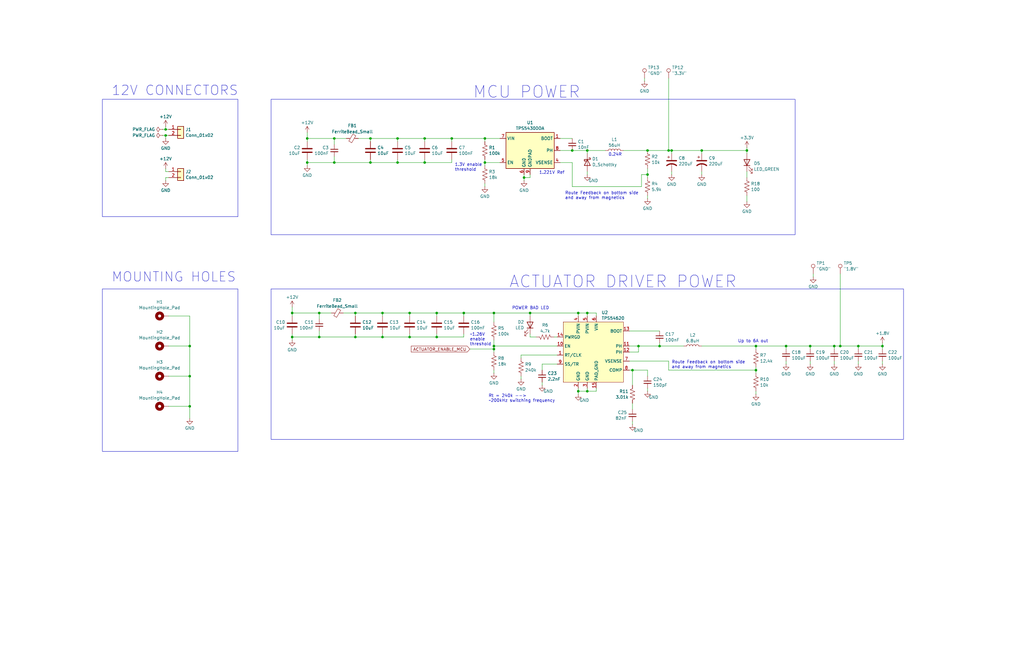
<source format=kicad_sch>
(kicad_sch (version 20231120) (generator "eeschema") (generator_version "8.0")
  (paper "B")
  (title_block (title "KASM Actuator PCBA Rev2") (date "2024-09-28") (rev "2"))
  (lib_symbols
    (symbol "Connector:TestPoint" (pin_numbers hide) (pin_names (offset 0.762) hide)
      (property "Reference" "TP" (at 0 6.858 0))
      (property "Value" "TestPoint" (at 0 5.08 0))
      (symbol "TestPoint_0_1"
        (circle (center 0 3.302) (radius 0.762))
      )
      (symbol "TestPoint_1_1"
        (pin passive line (at 0 0 90) (length 2.54) (name "1") (number "1"))
      )
    )
    (symbol "Connector_Generic:Conn_01x02" (pin_names (offset 1.016) hide)
      (property "Reference" "J" (at 0 2.54 0))
      (property "Value" "Conn_01x02" (at 0 -5.08 0))
      (symbol "Conn_01x02_1_1"
        (rectangle (start -1.27 -2.413) (end 0 -2.667) (stroke (width 0.1524)))
        (rectangle (start -1.27 0.127) (end 0 -0.127) (stroke (width 0.1524)))
        (rectangle (start -1.27 1.27) (end 1.27 -3.81) (stroke (width 0.254)) (fill (type background)))
        (pin passive line (at -5.08 0 0) (length 3.81) (name "Pin_1") (number "1"))
        (pin passive line (at -5.08 -2.54 0) (length 3.81) (name "Pin_2") (number "2"))
      )
    )
    (symbol "Device:C" (pin_numbers hide) (pin_names (offset 0.254))
      (property "Reference" "C" (at 0.635 2.54 0))
      (property "Value" "C" (at 0.635 -2.54 0))
      (symbol "C_0_1"
        (polyline (pts (xy -2.032 -0.762) (xy 2.032 -0.762)) (stroke (width 0.508)))
        (polyline (pts (xy -2.032 0.762) (xy 2.032 0.762)) (stroke (width 0.508)))
      )
      (symbol "C_1_1"
        (pin passive line (at 0 3.81 270) (length 2.794) (name "~") (number "1"))
        (pin passive line (at 0 -3.81 90) (length 2.794) (name "~") (number "2"))
      )
    )
    (symbol "Device:C_Polarized_US" (pin_numbers hide) (pin_names (offset 0.254) hide)
      (property "Reference" "C" (at 0.635 2.54 0))
      (property "Value" "C_Polarized_US" (at 0.635 -2.54 0))
      (symbol "C_Polarized_US_0_1"
        (polyline (pts (xy -2.032 0.762) (xy 2.032 0.762)) (stroke (width 0.508)))
        (polyline (pts (xy -1.778 2.286) (xy -0.762 2.286)))
        (polyline (pts (xy -1.27 1.778) (xy -1.27 2.794)))
        (arc (start 2.032 -1.27) (mid 0 -0.5572) (end -2.032 -1.27) (stroke (width 0.508)))
      )
      (symbol "C_Polarized_US_1_1"
        (pin passive line (at 0 3.81 270) (length 2.794) (name "~") (number "1"))
        (pin passive line (at 0 -3.81 90) (length 3.302) (name "~") (number "2"))
      )
    )
    (symbol "Device:C_Small" (pin_numbers hide) (pin_names (offset 0.254) hide)
      (property "Reference" "C" (at 0.254 1.778 0))
      (property "Value" "C_Small" (at 0.254 -2.032 0))
      (symbol "C_Small_0_1"
        (polyline (pts (xy -1.524 -0.508) (xy 1.524 -0.508)) (stroke (width 0.3302)))
        (polyline (pts (xy -1.524 0.508) (xy 1.524 0.508)) (stroke (width 0.3048)))
      )
      (symbol "C_Small_1_1"
        (pin passive line (at 0 2.54 270) (length 2.032) (name "~") (number "1"))
        (pin passive line (at 0 -2.54 90) (length 2.032) (name "~") (number "2"))
      )
    )
    (symbol "Device:D_Schottky" (pin_numbers hide) (pin_names (offset 1.016) hide)
      (property "Reference" "D" (at 0 2.54 0))
      (property "Value" "D_Schottky" (at 0 -2.54 0))
      (symbol "D_Schottky_0_1"
        (polyline (pts (xy 1.27 0) (xy -1.27 0)))
        (polyline (pts (xy 1.27 1.27) (xy 1.27 -1.27) (xy -1.27 0) (xy 1.27 1.27)) (stroke (width 0.254)))
        (polyline (pts (xy -1.905 0.635) (xy -1.905 1.27) (xy -1.27 1.27) (xy -1.27 -1.27) (xy -0.635 -1.27) (xy -0.635 -0.635)) (stroke (width 0.254)))
      )
      (symbol "D_Schottky_1_1"
        (pin passive line (at -3.81 0 0) (length 2.54) (name "K") (number "1"))
        (pin passive line (at 3.81 0 180) (length 2.54) (name "A") (number "2"))
      )
    )
    (symbol "Device:FerriteBead_Small" (pin_numbers hide) (pin_names (offset 0))
      (property "Reference" "FB" (at 1.905 1.27 0))
      (property "Value" "FerriteBead_Small" (at 1.905 -1.27 0))
      (symbol "FerriteBead_Small_0_1"
        (polyline (pts (xy 0 -1.27) (xy 0 -0.7874)))
        (polyline (pts (xy 0 0.889) (xy 0 1.2954)))
        (polyline (pts (xy -1.8288 0.2794) (xy -1.1176 1.4986) (xy 1.8288 -0.2032) (xy 1.1176 -1.4224) (xy -1.8288 0.2794)))
      )
      (symbol "FerriteBead_Small_1_1"
        (pin passive line (at 0 2.54 270) (length 1.27) (name "~") (number "1"))
        (pin passive line (at 0 -2.54 90) (length 1.27) (name "~") (number "2"))
      )
    )
    (symbol "Device:L" (pin_numbers hide) (pin_names (offset 1.016) hide)
      (property "Reference" "L" (at -1.27 0 90))
      (property "Value" "L" (at 1.905 0 90))
      (symbol "L_0_1"
        (arc (start 0 -2.54) (mid 0.6323 -1.905) (end 0 -1.27))
        (arc (start 0 -1.27) (mid 0.6323 -0.635) (end 0 0))
        (arc (start 0 0) (mid 0.6323 0.635) (end 0 1.27))
        (arc (start 0 1.27) (mid 0.6323 1.905) (end 0 2.54))
      )
      (symbol "L_1_1"
        (pin passive line (at 0 3.81 270) (length 1.27) (name "1") (number "1"))
        (pin passive line (at 0 -3.81 90) (length 1.27) (name "2") (number "2"))
      )
    )
    (symbol "Device:LED" (pin_numbers hide) (pin_names (offset 1.016) hide)
      (property "Reference" "D" (at 0 2.54 0))
      (property "Value" "LED" (at 0 -2.54 0))
      (symbol "LED_0_1"
        (polyline (pts (xy -1.27 -1.27) (xy -1.27 1.27)) (stroke (width 0.254)))
        (polyline (pts (xy -1.27 0) (xy 1.27 0)))
        (polyline (pts (xy 1.27 -1.27) (xy 1.27 1.27) (xy -1.27 0) (xy 1.27 -1.27)) (stroke (width 0.254)))
        (polyline (pts (xy -3.048 -0.762) (xy -4.572 -2.286) (xy -3.81 -2.286) (xy -4.572 -2.286) (xy -4.572 -1.524)))
        (polyline (pts (xy -1.778 -0.762) (xy -3.302 -2.286) (xy -2.54 -2.286) (xy -3.302 -2.286) (xy -3.302 -1.524)))
      )
      (symbol "LED_1_1"
        (pin passive line (at -3.81 0 0) (length 2.54) (name "K") (number "1"))
        (pin passive line (at 3.81 0 180) (length 2.54) (name "A") (number "2"))
      )
    )
    (symbol "Device:R_US" (pin_numbers hide) (pin_names (offset 0))
      (property "Reference" "R" (at 2.54 0 90))
      (property "Value" "R_US" (at -2.54 0 90))
      (symbol "R_US_0_1"
        (polyline (pts (xy 0 -2.286) (xy 0 -2.54)))
        (polyline (pts (xy 0 2.286) (xy 0 2.54)))
        (polyline (pts (xy 0 -0.762) (xy 1.016 -1.143) (xy 0 -1.524) (xy -1.016 -1.905) (xy 0 -2.286)))
        (polyline (pts (xy 0 0.762) (xy 1.016 0.381) (xy 0 0) (xy -1.016 -0.381) (xy 0 -0.762)))
        (polyline (pts (xy 0 2.286) (xy 1.016 1.905) (xy 0 1.524) (xy -1.016 1.143) (xy 0 0.762)))
      )
      (symbol "R_US_1_1"
        (pin passive line (at 0 3.81 270) (length 1.27) (name "~") (number "1"))
        (pin passive line (at 0 -3.81 90) (length 1.27) (name "~") (number "2"))
      )
    )
    (symbol "Mechanical:MountingHole_Pad" (pin_numbers hide) (pin_names (offset 1.016) hide)
      (property "Reference" "H" (at 0 6.35 0))
      (property "Value" "MountingHole_Pad" (at 0 4.445 0))
      (symbol "MountingHole_Pad_0_1"
        (circle (center 0 1.27) (radius 1.27) (stroke (width 1.27)))
      )
      (symbol "MountingHole_Pad_1_1"
        (pin input line (at 0 -2.54 90) (length 2.54) (name "1") (number "1"))
      )
    )
    (symbol "Regulator_Switching:TPS5430DDA"
      (property "Reference" "U" (at -10.16 8.89 0))
      (property "Value" "TPS5430DDA" (at -1.27 8.89 0))
      (symbol "TPS5430DDA_0_1"
        (rectangle (start -10.16 7.62) (end 10.16 -7.62) (stroke (width 0.254)) (fill (type background)))
      )
      (symbol "TPS5430DDA_1_1"
        (pin input line (at 12.7 5.08 180) (length 2.54) (name "BOOT") (number "1"))
        (pin no_connect line (at -10.16 2.54 0) (length 2.54) hide (name "NC") (number "2"))
        (pin no_connect line (at -10.16 -2.54 0) (length 2.54) hide (name "NC") (number "3"))
        (pin input line (at 12.7 -5.08 180) (length 2.54) (name "VSENSE") (number "4"))
        (pin input line (at -12.7 -5.08 0) (length 2.54) (name "EN") (number "5"))
        (pin power_in line (at -2.54 -10.16 90) (length 2.54) (name "GND") (number "6"))
        (pin power_in line (at -12.7 5.08 0) (length 2.54) (name "VIN") (number "7"))
        (pin output line (at 12.7 0 180) (length 2.54) (name "PH") (number "8"))
        (pin power_in line (at 0 -10.16 90) (length 2.54) (name "GNDPAD") (number "9"))
      )
    )
    (symbol "components_2:TPS54620_"
      (property "Reference" "U" (at -16.51 29.21 0))
      (property "Value" "TPS54620" (at -12.7 26.67 0))
      (symbol "TPS54620__1_0"
        (pin input line (at -12.7 8.89 0) (length 2.54) (name "EN") (number "10"))
        (pin input line (at 17.78 8.89 180) (length 2.54) (name "PH") (number "11"))
        (pin input line (at 17.78 6.35 180) (length 2.54) (name "PH") (number "12"))
        (pin input line (at 17.78 15.24 180) (length 2.54) (name "BOOT") (number "13"))
        (pin input line (at -12.7 12.7 0) (length 2.54) (name "PWRGD") (number "14"))
        (pin input line (at 3.81 -8.89 90) (length 2.54) (name "PAD_GND") (number "15"))
        (pin input line (at 17.78 2.54 180) (length 2.54) (name "VSENSE") (number "7"))
        (pin input line (at 17.78 -1.27 180) (length 2.54) (name "COMP") (number "8"))
        (pin input line (at -12.7 1.27 0) (length 2.54) (name "SS/TR") (number "9"))
      )
      (symbol "TPS54620__1_1"
        (rectangle (start -10.16 19.05) (end 15.24 -6.35) (fill (type background)))
        (pin input line (at -12.7 5.08 0) (length 2.54) (name "RT/CLK") (number "1"))
        (pin input line (at -3.81 -8.89 90) (length 2.54) (name "GND") (number "2"))
        (pin input line (at 0 -8.89 90) (length 2.54) (name "GND") (number "3"))
        (pin input line (at -3.81 21.59 270) (length 2.54) (name "PVIN") (number "4"))
        (pin input line (at 0 21.59 270) (length 2.54) (name "PVIN") (number "5"))
        (pin input line (at 3.81 21.59 270) (length 2.54) (name "VIN") (number "6"))
      )
    )
    (symbol "power:+12V" (power) (pin_numbers hide) (pin_names (offset 0) hide)
      (property "Value" "+12V" (at 0 3.556 0))
      (symbol "+12V_0_1"
        (polyline (pts (xy -0.762 1.27) (xy 0 2.54)))
        (polyline (pts (xy 0 0) (xy 0 2.54)))
        (polyline (pts (xy 0 2.54) (xy 0.762 1.27)))
      )
      (symbol "+12V_1_1"
        (pin power_in line (at 0 0 90) (length 0) (name "~") (number "1"))
      )
    )
    (symbol "power:+1V8" (power) (pin_numbers hide) (pin_names (offset 0) hide)
      (property "Value" "+1V8" (at 0 3.556 0))
      (symbol "+1V8_0_1"
        (polyline (pts (xy -0.762 1.27) (xy 0 2.54)))
        (polyline (pts (xy 0 0) (xy 0 2.54)))
        (polyline (pts (xy 0 2.54) (xy 0.762 1.27)))
      )
      (symbol "+1V8_1_1"
        (pin power_in line (at 0 0 90) (length 0) (name "~") (number "1"))
      )
    )
    (symbol "power:+3.3V" (power) (pin_numbers hide) (pin_names (offset 0) hide)
      (property "Value" "+3.3V" (at 0 3.556 0))
      (symbol "+3.3V_0_1"
        (polyline (pts (xy -0.762 1.27) (xy 0 2.54)))
        (polyline (pts (xy 0 0) (xy 0 2.54)))
        (polyline (pts (xy 0 2.54) (xy 0.762 1.27)))
      )
      (symbol "+3.3V_1_1"
        (pin power_in line (at 0 0 90) (length 0) (name "~") (number "1"))
      )
    )
    (symbol "power:GND" (power) (pin_numbers hide) (pin_names (offset 0) hide)
      (property "Value" "GND" (at 0 -3.81 0))
      (symbol "GND_0_1"
        (polyline (pts (xy 0 0) (xy 0 -1.27) (xy 1.27 -1.27) (xy 0 -2.54) (xy -1.27 -1.27) (xy 0 -1.27)))
      )
      (symbol "GND_1_1"
        (pin power_in line (at 0 0 270) (length 0) (name "~") (number "1"))
      )
    )
    (symbol "power:PWR_FLAG" (power) (pin_numbers hide) (pin_names (offset 0) hide)
      (property "Value" "PWR_FLAG" (at 0 3.81 0))
      (symbol "PWR_FLAG_0_0"
        (pin power_out line (at 0 0 90) (length 0) (name "~") (number "1"))
      )
      (symbol "PWR_FLAG_0_1"
        (polyline (pts (xy 0 0) (xy 0 1.27) (xy -1.016 1.905) (xy 0 2.54) (xy 1.016 1.905) (xy 0 1.27)))
      )
    )
  )
  (junction (at 204.47 68.58))
  (junction (at 220.98 74.93))
  (junction (at 243.84 165.1))
  (junction (at 172.72 142.24))
  (junction (at 278.13 146.05))
  (junction (at 140.97 68.58))
  (junction (at 149.86 142.24))
  (junction (at 195.58 132.08))
  (junction (at 281.94 63.5))
  (junction (at 273.05 73.66))
  (junction (at 247.65 132.08))
  (junction (at 190.5 58.42))
  (junction (at 134.62 132.08))
  (junction (at 341.63 146.05))
  (junction (at 204.47 58.42))
  (junction (at 184.15 142.24))
  (junction (at 129.54 68.58))
  (junction (at 161.29 142.24))
  (junction (at 208.28 147.32))
  (junction (at 140.97 58.42))
  (junction (at 247.65 63.5))
  (junction (at 69.85 54.61))
  (junction (at 80.01 158.75))
  (junction (at 161.29 132.08))
  (junction (at 247.65 165.1))
  (junction (at 361.95 146.05))
  (junction (at 184.15 132.08))
  (junction (at 283.21 63.5))
  (junction (at 241.3 63.5))
  (junction (at 69.85 57.15))
  (junction (at 208.28 132.08))
  (junction (at 295.91 63.5))
  (junction (at 318.77 156.21))
  (junction (at 243.84 132.08))
  (junction (at 179.07 68.58))
  (junction (at 156.21 68.58))
  (junction (at 331.47 146.05))
  (junction (at 123.19 132.08))
  (junction (at 123.19 142.24))
  (junction (at 149.86 132.08))
  (junction (at 351.79 146.05))
  (junction (at 273.05 63.5))
  (junction (at 172.72 132.08))
  (junction (at 179.07 58.42))
  (junction (at 167.64 58.42))
  (junction (at 269.24 146.05))
  (junction (at 318.77 146.05))
  (junction (at 80.01 146.05))
  (junction (at 167.64 68.58))
  (junction (at 156.21 58.42))
  (junction (at 208.28 146.05))
  (junction (at 134.62 142.24))
  (junction (at 314.96 63.5))
  (junction (at 129.54 58.42))
  (junction (at 372.11 146.05))
  (junction (at 266.7 156.21))
  (junction (at 80.01 171.45))
  (junction (at 223.52 132.08))
  (junction (at 354.33 146.05))
  (wire (pts (xy 179.07 68.58) (xy 190.5 68.58)))
  (wire (pts (xy 223.52 132.08) (xy 243.84 132.08)))
  (wire (pts (xy 278.13 146.05) (xy 278.13 144.78)))
  (wire (pts (xy 223.52 132.08) (xy 223.52 133.35)))
  (wire (pts (xy 208.28 147.32) (xy 208.28 146.05)))
  (wire (pts (xy 161.29 142.24) (xy 161.29 140.97)))
  (wire (pts (xy 273.05 73.66) (xy 273.05 74.93)))
  (wire (pts (xy 208.28 157.48) (xy 208.28 156.21)))
  (wire (pts (xy 341.63 146.05) (xy 351.79 146.05)))
  (wire (pts (xy 331.47 146.05) (xy 341.63 146.05)))
  (wire (pts (xy 80.01 158.75) (xy 80.01 171.45)))
  (wire (pts (xy 123.19 140.97) (xy 123.19 142.24)))
  (wire (pts (xy 283.21 72.39) (xy 283.21 73.66)))
  (wire (pts (xy 251.46 132.08) (xy 251.46 133.35)))
  (wire (pts (xy 190.5 58.42) (xy 204.47 58.42)))
  (wire (pts (xy 265.43 146.05) (xy 269.24 146.05)))
  (wire (pts (xy 243.84 165.1) (xy 247.65 165.1)))
  (wire (pts (xy 134.62 139.7) (xy 134.62 142.24)))
  (wire (pts (xy 269.24 146.05) (xy 269.24 148.59)))
  (wire (pts (xy 69.85 72.39) (xy 71.12 72.39)))
  (wire (pts (xy 243.84 163.83) (xy 243.84 165.1)))
  (wire (pts (xy 80.01 133.35) (xy 80.01 146.05)))
  (wire (pts (xy 236.22 63.5) (xy 241.3 63.5)))
  (wire (pts (xy 184.15 132.08) (xy 184.15 133.35)))
  (wire (pts (xy 351.79 146.05) (xy 351.79 147.32)))
  (wire (pts (xy 341.63 152.4) (xy 341.63 153.67)))
  (wire (pts (xy 223.52 140.97) (xy 223.52 142.24)))
  (wire (pts (xy 156.21 58.42) (xy 156.21 59.69)))
  (wire (pts (xy 314.96 62.23) (xy 314.96 63.5)))
  (wire (pts (xy 140.97 66.04) (xy 140.97 68.58)))
  (wire (pts (xy 273.05 63.5) (xy 281.94 63.5)))
  (wire (pts (xy 172.72 142.24) (xy 172.72 140.97)))
  (wire (pts (xy 220.98 73.66) (xy 220.98 74.93)))
  (wire (pts (xy 228.6 153.67) (xy 228.6 156.21)))
  (wire (pts (xy 151.13 58.42) (xy 156.21 58.42)))
  (wire (pts (xy 204.47 58.42) (xy 204.47 59.69)))
  (wire (pts (xy 123.19 129.54) (xy 123.19 132.08)))
  (wire (pts (xy 129.54 67.31) (xy 129.54 68.58)))
  (wire (pts (xy 266.7 156.21) (xy 266.7 162.56)))
  (wire (pts (xy 283.21 63.5) (xy 283.21 64.77)))
  (wire (pts (xy 134.62 142.24) (xy 149.86 142.24)))
  (wire (pts (xy 71.12 133.35) (xy 80.01 133.35)))
  (wire (pts (xy 247.65 165.1) (xy 251.46 165.1)))
  (wire (pts (xy 233.68 142.24) (xy 234.95 142.24)))
  (wire (pts (xy 270.51 78.74) (xy 270.51 73.66)))
  (wire (pts (xy 204.47 78.74) (xy 204.47 77.47)))
  (wire (pts (xy 179.07 58.42) (xy 179.07 59.69)))
  (wire (pts (xy 184.15 132.08) (xy 195.58 132.08)))
  (wire (pts (xy 156.21 68.58) (xy 167.64 68.58)))
  (wire (pts (xy 208.28 146.05) (xy 208.28 143.51)))
  (wire (pts (xy 247.65 165.1) (xy 247.65 163.83)))
  (wire (pts (xy 273.05 71.12) (xy 273.05 73.66)))
  (wire (pts (xy 140.97 58.42) (xy 146.05 58.42)))
  (wire (pts (xy 273.05 163.83) (xy 273.05 165.1)))
  (wire (pts (xy 228.6 161.29) (xy 228.6 162.56)))
  (wire (pts (xy 172.72 132.08) (xy 172.72 133.35)))
  (wire (pts (xy 69.85 57.15) (xy 71.12 57.15)))
  (wire (pts (xy 129.54 59.69) (xy 129.54 58.42)))
  (wire (pts (xy 167.64 67.31) (xy 167.64 68.58)))
  (wire (pts (xy 161.29 142.24) (xy 172.72 142.24)))
  (wire (pts (xy 208.28 132.08) (xy 208.28 135.89)))
  (wire (pts (xy 149.86 142.24) (xy 161.29 142.24)))
  (wire (pts (xy 208.28 132.08) (xy 223.52 132.08)))
  (wire (pts (xy 243.84 132.08) (xy 247.65 132.08)))
  (wire (pts (xy 265.43 152.4) (xy 281.94 152.4)))
  (wire (pts (xy 228.6 153.67) (xy 234.95 153.67)))
  (wire (pts (xy 68.58 54.61) (xy 69.85 54.61)))
  (wire (pts (xy 314.96 85.09) (xy 314.96 82.55)))
  (wire (pts (xy 161.29 132.08) (xy 161.29 133.35)))
  (wire (pts (xy 195.58 132.08) (xy 195.58 133.35)))
  (wire (pts (xy 190.5 59.69) (xy 190.5 58.42)))
  (wire (pts (xy 314.96 63.5) (xy 314.96 64.77)))
  (wire (pts (xy 69.85 74.93) (xy 69.85 76.2)))
  (wire (pts (xy 247.65 132.08) (xy 247.65 133.35)))
  (wire (pts (xy 251.46 165.1) (xy 251.46 163.83)))
  (wire (pts (xy 179.07 67.31) (xy 179.07 68.58)))
  (wire (pts (xy 295.91 63.5) (xy 295.91 64.77)))
  (wire (pts (xy 236.22 68.58) (xy 241.3 68.58)))
  (wire (pts (xy 341.63 146.05) (xy 341.63 147.32)))
  (wire (pts (xy 361.95 146.05) (xy 372.11 146.05)))
  (wire (pts (xy 123.19 142.24) (xy 123.19 143.51)))
  (wire (pts (xy 69.85 71.12) (xy 69.85 72.39)))
  (wire (pts (xy 295.91 72.39) (xy 295.91 73.66)))
  (wire (pts (xy 184.15 142.24) (xy 184.15 140.97)))
  (wire (pts (xy 123.19 142.24) (xy 134.62 142.24)))
  (wire (pts (xy 167.64 68.58) (xy 179.07 68.58)))
  (wire (pts (xy 318.77 146.05) (xy 331.47 146.05)))
  (wire (pts (xy 68.58 57.15) (xy 69.85 57.15)))
  (wire (pts (xy 331.47 152.4) (xy 331.47 153.67)))
  (wire (pts (xy 149.86 132.08) (xy 161.29 132.08)))
  (wire (pts (xy 265.43 156.21) (xy 266.7 156.21)))
  (wire (pts (xy 295.91 146.05) (xy 318.77 146.05)))
  (wire (pts (xy 80.01 146.05) (xy 80.01 158.75)))
  (wire (pts (xy 134.62 132.08) (xy 139.7 132.08)))
  (wire (pts (xy 271.78 33.02) (xy 271.78 34.29)))
  (wire (pts (xy 156.21 58.42) (xy 167.64 58.42)))
  (wire (pts (xy 129.54 68.58) (xy 129.54 69.85)))
  (wire (pts (xy 372.11 144.78) (xy 372.11 146.05)))
  (wire (pts (xy 167.64 58.42) (xy 179.07 58.42)))
  (wire (pts (xy 314.96 63.5) (xy 295.91 63.5)))
  (wire (pts (xy 223.52 142.24) (xy 226.06 142.24)))
  (wire (pts (xy 354.33 115.57) (xy 354.33 146.05)))
  (wire (pts (xy 247.65 72.39) (xy 247.65 73.66)))
  (wire (pts (xy 273.05 82.55) (xy 273.05 83.82)))
  (wire (pts (xy 318.77 165.1) (xy 318.77 166.37)))
  (wire (pts (xy 140.97 68.58) (xy 156.21 68.58)))
  (wire (pts (xy 243.84 132.08) (xy 243.84 133.35)))
  (wire (pts (xy 123.19 132.08) (xy 134.62 132.08)))
  (wire (pts (xy 281.94 33.02) (xy 281.94 63.5)))
  (wire (pts (xy 372.11 152.4) (xy 372.11 153.67)))
  (wire (pts (xy 273.05 156.21) (xy 273.05 158.75)))
  (wire (pts (xy 204.47 68.58) (xy 210.82 68.58)))
  (wire (pts (xy 220.98 74.93) (xy 220.98 76.2)))
  (wire (pts (xy 144.78 132.08) (xy 149.86 132.08)))
  (wire (pts (xy 351.79 146.05) (xy 354.33 146.05)))
  (wire (pts (xy 204.47 58.42) (xy 210.82 58.42)))
  (wire (pts (xy 149.86 142.24) (xy 149.86 140.97)))
  (wire (pts (xy 247.65 63.5) (xy 247.65 64.77)))
  (wire (pts (xy 266.7 179.07) (xy 266.7 177.8)))
  (wire (pts (xy 161.29 132.08) (xy 172.72 132.08)))
  (wire (pts (xy 198.12 147.32) (xy 208.28 147.32)))
  (wire (pts (xy 241.3 63.5) (xy 247.65 63.5)))
  (wire (pts (xy 195.58 132.08) (xy 208.28 132.08)))
  (wire (pts (xy 266.7 170.18) (xy 266.7 172.72)))
  (wire (pts (xy 236.22 58.42) (xy 241.3 58.42)))
  (wire (pts (xy 243.84 165.1) (xy 243.84 166.37)))
  (wire (pts (xy 134.62 132.08) (xy 134.62 134.62)))
  (wire (pts (xy 372.11 146.05) (xy 372.11 147.32)))
  (wire (pts (xy 69.85 74.93) (xy 71.12 74.93)))
  (wire (pts (xy 331.47 146.05) (xy 331.47 147.32)))
  (wire (pts (xy 220.98 74.93) (xy 223.52 74.93)))
  (wire (pts (xy 265.43 139.7) (xy 278.13 139.7)))
  (wire (pts (xy 269.24 146.05) (xy 278.13 146.05)))
  (wire (pts (xy 283.21 63.5) (xy 295.91 63.5)))
  (wire (pts (xy 71.12 158.75) (xy 80.01 158.75)))
  (wire (pts (xy 318.77 154.94) (xy 318.77 156.21)))
  (wire (pts (xy 69.85 57.15) (xy 69.85 58.42)))
  (wire (pts (xy 167.64 58.42) (xy 167.64 59.69)))
  (wire (pts (xy 262.89 63.5) (xy 273.05 63.5)))
  (wire (pts (xy 129.54 68.58) (xy 140.97 68.58)))
  (wire (pts (xy 129.54 55.88) (xy 129.54 58.42)))
  (wire (pts (xy 208.28 146.05) (xy 234.95 146.05)))
  (wire (pts (xy 204.47 68.58) (xy 204.47 69.85)))
  (wire (pts (xy 123.19 132.08) (xy 123.19 133.35)))
  (wire (pts (xy 69.85 54.61) (xy 69.85 53.34)))
  (wire (pts (xy 71.12 146.05) (xy 80.01 146.05)))
  (wire (pts (xy 241.3 78.74) (xy 270.51 78.74)))
  (wire (pts (xy 179.07 58.42) (xy 190.5 58.42)))
  (wire (pts (xy 278.13 146.05) (xy 288.29 146.05)))
  (wire (pts (xy 361.95 152.4) (xy 361.95 153.67)))
  (wire (pts (xy 156.21 67.31) (xy 156.21 68.58)))
  (wire (pts (xy 219.71 151.13) (xy 219.71 149.86)))
  (wire (pts (xy 195.58 140.97) (xy 195.58 142.24)))
  (wire (pts (xy 241.3 68.58) (xy 241.3 78.74)))
  (wire (pts (xy 149.86 132.08) (xy 149.86 133.35)))
  (wire (pts (xy 247.65 63.5) (xy 255.27 63.5)))
  (wire (pts (xy 208.28 148.59) (xy 208.28 147.32)))
  (wire (pts (xy 172.72 142.24) (xy 184.15 142.24)))
  (wire (pts (xy 190.5 67.31) (xy 190.5 68.58)))
  (wire (pts (xy 354.33 146.05) (xy 361.95 146.05)))
  (wire (pts (xy 318.77 147.32) (xy 318.77 146.05)))
  (wire (pts (xy 281.94 63.5) (xy 283.21 63.5)))
  (wire (pts (xy 219.71 160.02) (xy 219.71 158.75)))
  (wire (pts (xy 270.51 73.66) (xy 273.05 73.66)))
  (wire (pts (xy 266.7 156.21) (xy 273.05 156.21)))
  (wire (pts (xy 247.65 132.08) (xy 251.46 132.08)))
  (wire (pts (xy 361.95 146.05) (xy 361.95 147.32)))
  (wire (pts (xy 314.96 74.93) (xy 314.96 72.39)))
  (wire (pts (xy 281.94 156.21) (xy 318.77 156.21)))
  (wire (pts (xy 80.01 171.45) (xy 80.01 176.53)))
  (wire (pts (xy 71.12 171.45) (xy 80.01 171.45)))
  (wire (pts (xy 351.79 152.4) (xy 351.79 153.67)))
  (wire (pts (xy 69.85 54.61) (xy 71.12 54.61)))
  (wire (pts (xy 140.97 58.42) (xy 140.97 60.96)))
  (wire (pts (xy 318.77 156.21) (xy 318.77 157.48)))
  (wire (pts (xy 281.94 152.4) (xy 281.94 156.21)))
  (wire (pts (xy 219.71 149.86) (xy 234.95 149.86)))
  (wire (pts (xy 223.52 74.93) (xy 223.52 73.66)))
  (wire (pts (xy 172.72 132.08) (xy 184.15 132.08)))
  (wire (pts (xy 265.43 148.59) (xy 269.24 148.59)))
  (wire (pts (xy 204.47 67.31) (xy 204.47 68.58)))
  (wire (pts (xy 184.15 142.24) (xy 195.58 142.24)))
  (wire (pts (xy 129.54 58.42) (xy 140.97 58.42)))
  (wire (pts (xy 342.9 115.57) (xy 342.9 116.84)))
  (rectangle (start 114.3 121.92) (end 381 185.42))
  (rectangle (start 43.18 121.92) (end 100.33 190.5))
  (rectangle (start 43.18 41.91) (end 100.33 91.44))
  (rectangle (start 114.3 41.91) (end 335.28 99.06))
  (text "Up to 6A out" (at 311.15 144.78 0) (effects (font (size 1.27 1.27)) (justify left bottom)))
  (text "1.221V Ref" (at 227.33 73.66 0) (effects (font (size 1.27 1.27)) (justify left bottom)))
  (text "Rt = 240k --> \n~200kHz switching frequency" (at 205.994 168.148 0) (effects (font (size 1.27 1.27)) (justify left)))
  (text "1.3V enable \nthreshold" (at 191.77 72.39 0) (effects (font (size 1.27 1.27)) (justify left bottom)))
  (text "Route Feedback on bottom side \nand away from magnetics" (at 283.21 155.702 0) (effects (font (size 1.27 1.27)) (justify left bottom)))
  (text "ACTUATOR DRIVER POWER" (at 214.63 121.92 0) (effects (font (size 5 5)) (justify left bottom)))
  (text "~1.26V \nenable \nthreshold" (at 198.12 146.05 0) (effects (font (size 1.27 1.27)) (justify left bottom)))
  (text "0.24R\n" (at 256.54 66.04 0) (effects (font (size 1.27 1.27)) (justify left bottom)))
  (text "POWER BAD LED" (at 215.9 130.81 0) (effects (font (size 1.27 1.27)) (justify left bottom)))
  (text "12V CONNECTORS" (at 46.99 40.64 0) (effects (font (size 4 4)) (justify left bottom)))
  (text "MCU POWER" (at 199.39 41.91 0) (effects (font (size 5 5)) (justify left bottom)))
  (text "MOUNTING HOLES" (at 46.99 119.38 0) (effects (font (size 4 4)) (justify left bottom)))
  (text "Route Feedback on bottom side \nand away from magnetics" (at 238.252 84.328 0) (effects (font (size 1.27 1.27)) (justify left bottom)))
  (global_label "ACTUATOR_ENABLE_MCU" (shape input) (at 198.12 147.32 180) (property "Intersheetrefs" "${INTERSHEET_REFS}" (effects (hide yes))))
  (symbol (lib_id "Device:C") (at 149.86 137.16 0) (unit 1)
    (property "Reference" "C12" (at 152.781 135.9479 0) (effects (justify left)))
    (property "Value" "10uF" (at 152.781 138.3721 0) (effects (justify left)))
    (property "Footprint" "Capacitor_SMD:C_1206_3216Metric" (effects (hide yes)))
    (property "LCSC" "C454102" (effects (hide yes)))
  )
  (symbol (lib_id "power:GND") (at 69.85 58.42 0) (unit 1)
    (property "Reference" "#PWR03" (effects (hide yes)))
    (property "Value" "GND" (at 69.85 62.5531 0))
    (property "Description" "Power symbol creates a global label with name \"GND\" , ground" (effects (hide yes)))
  )
  (symbol (lib_id "power:+12V") (at 123.19 129.54 0) (unit 1)
    (property "Reference" "#PWR014" (effects (hide yes)))
    (property "Value" "+12V" (at 123.19 125.4069 0))
    (property "Description" "Power symbol creates a global label with name \"+12V\"" (effects (hide yes)))
  )
  (symbol (lib_id "Device:LED") (at 223.52 137.16 270) (mirror x) (unit 1)
    (property "Reference" "D2" (at 220.98 135.89 90) (effects (justify right)))
    (property "Value" "LED" (at 220.98 138.3142 90) (effects (justify right)))
    (property "Footprint" "LED_SMD:LED_0603_1608Metric" (effects (hide yes)))
    (property "LCSC" "C2286" (effects (hide yes)))
  )
  (symbol (lib_id "Connector:TestPoint") (at 281.94 33.02 0) (unit 1)
    (property "Reference" "TP12" (at 283.337 28.5058 0) (effects (justify left)))
    (property "Value" "\"3.3V\"" (at 283.337 30.9301 0) (effects (justify left)))
    (property "Footprint" "TestPoint:TestPoint_THTPad_1.0x1.0mm_Drill0.5mm" (effects (hide yes)))
    (property "Description" "test point" (effects (hide yes)))
  )
  (symbol (lib_id "Device:C_Small") (at 331.47 149.86 0) (unit 1)
    (property "Reference" "C18" (at 333.7941 148.6542 0) (effects (justify left)))
    (property "Value" "100uF" (at 333.7941 151.0784 0) (effects (justify left)))
    (property "Footprint" "Capacitor_SMD:C_1206_3216Metric" (effects (hide yes)))
    (property "LCSC" "C15008" (effects (hide yes)))
  )
  (symbol (lib_id "Device:C") (at 179.07 63.5 0) (unit 1)
    (property "Reference" "C6" (at 181.991 62.2879 0) (effects (justify left)))
    (property "Value" "10uF" (at 181.991 64.7121 0) (effects (justify left)))
    (property "Footprint" "Capacitor_SMD:C_1206_3216Metric" (effects (hide yes)))
    (property "LCSC" "C454102" (effects (hide yes)))
  )
  (symbol (lib_id "Device:D_Schottky") (at 247.65 68.58 270) (unit 1)
    (property "Reference" "D1" (at 249.682 67.0504 90) (effects (justify left)))
    (property "Value" "D_Schottky" (at 249.682 69.4746 90) (effects (justify left)))
    (property "Footprint" "Diode_SMD:D_SOD-323" (effects (hide yes)))
    (property "LCSC" "C191023" (effects (hide yes)))
  )
  (symbol (lib_id "Device:R_US") (at 229.87 142.24 270) (mirror x) (unit 1)
    (property "Reference" "R6" (at 229.87 137.16 90))
    (property "Value" "4.7k" (at 229.87 139.7 90))
    (property "Footprint" "Resistor_SMD:R_0402_1005Metric" (effects (hide yes)))
    (property "LCSC" "C25900" (effects (hide yes)))
  )
  (symbol (lib_id "power:GND") (at 341.63 153.67 0) (unit 1)
    (property "Reference" "#PWR018" (effects (hide yes)))
    (property "Value" "GND" (at 341.63 157.8031 0))
    (property "Description" "Power symbol creates a global label with name \"GND\" , ground" (effects (hide yes)))
  )
  (symbol (lib_id "Device:R_US") (at 318.77 161.29 0) (unit 1)
    (property "Reference" "R10" (at 320.421 160.0779 0) (effects (justify left)))
    (property "Value" "10k" (at 320.421 162.5021 0) (effects (justify left)))
    (property "Footprint" "Resistor_SMD:R_0402_1005Metric" (effects (hide yes)))
    (property "LCSC" "C25744" (effects (hide yes)))
  )
  (symbol (lib_id "Device:C_Small") (at 278.13 142.24 0) (unit 1)
    (property "Reference" "C17" (at 280.4541 141.0342 0) (effects (justify left)))
    (property "Value" "100nF" (at 280.4541 143.4584 0) (effects (justify left)))
    (property "Footprint" "Capacitor_SMD:C_0402_1005Metric" (effects (hide yes)))
    (property "LCSC" "C1525" (effects (hide yes)))
  )
  (symbol (lib_id "Device:C") (at 195.58 137.16 0) (unit 1)
    (property "Reference" "C16" (at 198.501 135.9479 0) (effects (justify left)))
    (property "Value" "100nF" (at 198.501 138.3721 0) (effects (justify left)))
    (property "Footprint" "Capacitor_SMD:C_0402_1005Metric" (effects (hide yes)))
    (property "LCSC" "C1525" (effects (hide yes)))
  )
  (symbol (lib_id "Device:C") (at 161.29 137.16 0) (unit 1)
    (property "Reference" "C13" (at 164.211 135.9479 0) (effects (justify left)))
    (property "Value" "10uF" (at 164.211 138.3721 0) (effects (justify left)))
    (property "Footprint" "Capacitor_SMD:C_1206_3216Metric" (effects (hide yes)))
    (property "LCSC" "C454102" (effects (hide yes)))
  )
  (symbol (lib_id "Connector_Generic:Conn_01x02") (at 76.2 54.61 0) (unit 1)
    (property "Reference" "J1" (at 78.232 54.6678 0) (effects (justify left)))
    (property "Value" "Conn_01x02" (at 78.232 57.0921 0) (effects (justify left)))
    (property "Footprint" "Connector_Molex:Molex_KK-396_A-41792-0002_1x02_P3.96mm_Horizontal" (effects (hide yes)))
    (property "Description" "Generic connector, single row, 01x02, script generated (kicad-library-utils/schlib/autogen/connector/)" (effects (hide yes)))
  )
  (symbol (lib_id "Mechanical:MountingHole_Pad") (at 68.58 146.05 90) (unit 1)
    (property "Reference" "H2" (at 67.31 140.1277 90))
    (property "Value" "MountingHole_Pad" (at 67.31 142.5519 90))
    (property "Footprint" "MountingHole:MountingHole_3.2mm_M3_DIN965_Pad" (effects (hide yes)))
  )
  (symbol (lib_id "Device:C_Small") (at 372.11 149.86 0) (unit 1)
    (property "Reference" "C22" (at 374.4341 148.6542 0) (effects (justify left)))
    (property "Value" "100uF" (at 374.4341 151.0784 0) (effects (justify left)))
    (property "Footprint" "Capacitor_SMD:C_1206_3216Metric" (effects (hide yes)))
    (property "LCSC" "C15008" (effects (hide yes)))
  )
  (symbol (lib_id "Device:C_Small") (at 134.62 137.16 0) (mirror y) (unit 1)
    (property "Reference" "C11" (at 132.2959 135.9542 0) (effects (justify left)))
    (property "Value" "100nF" (at 132.2959 138.3784 0) (effects (justify left)))
    (property "Footprint" "Capacitor_SMD:C_0402_1005Metric" (effects (hide yes)))
    (property "LCSC" "C1525" (effects (hide yes)))
  )
  (symbol (lib_id "power:GND") (at 351.79 153.67 0) (unit 1)
    (property "Reference" "#PWR019" (effects (hide yes)))
    (property "Value" "GND" (at 351.79 157.8031 0))
    (property "Description" "Power symbol creates a global label with name \"GND\" , ground" (effects (hide yes)))
  )
  (symbol (lib_id "Device:LED") (at 314.96 68.58 90) (unit 1)
    (property "Reference" "D5" (at 317.881 68.9553 90) (effects (justify right)))
    (property "Value" "LED_GREEN" (at 317.881 71.3796 90) (effects (justify right)))
    (property "Footprint" "LED_SMD:LED_0603_1608Metric" (effects (hide yes)))
    (property "Description" "Light emitting diode" (effects (hide yes)))
    (property "LCSC" "C965804" (effects (hide yes)))
  )
  (symbol (lib_id "power:GND") (at 266.7 179.07 0) (unit 1)
    (property "Reference" "#PWR028" (effects (hide yes)))
    (property "Value" "GND" (at 269.24 181.61 0))
    (property "Description" "Power symbol creates a global label with name \"GND\" , ground" (effects (hide yes)))
  )
  (symbol (lib_id "power:GND") (at 283.21 73.66 0) (unit 1)
    (property "Reference" "#PWR07" (effects (hide yes)))
    (property "Value" "GND" (at 283.21 77.7931 0))
    (property "Description" "Power symbol creates a global label with name \"GND\" , ground" (effects (hide yes)))
  )
  (symbol (lib_id "Device:R_US") (at 204.47 63.5 0) (unit 1)
    (property "Reference" "R1" (at 206.121 62.2879 0) (effects (justify left)))
    (property "Value" "100k" (at 206.121 64.7121 0) (effects (justify left)))
    (property "Footprint" "Resistor_SMD:R_0402_1005Metric" (effects (hide yes)))
    (property "LCSC" "C25741" (effects (hide yes)))
  )
  (symbol (lib_id "Mechanical:MountingHole_Pad") (at 68.58 171.45 90) (unit 1)
    (property "Reference" "H4" (at 67.31 165.5277 90))
    (property "Value" "MountingHole_Pad" (at 67.31 167.9519 90))
    (property "Footprint" "MountingHole:MountingHole_3.2mm_M3_DIN965_Pad" (effects (hide yes)))
  )
  (symbol (lib_id "power:+12V") (at 69.85 71.12 0) (unit 1)
    (property "Reference" "#PWR09" (effects (hide yes)))
    (property "Value" "+12V" (at 69.85 66.9869 0))
    (property "Description" "Power symbol creates a global label with name \"+12V\"" (effects (hide yes)))
  )
  (symbol (lib_id "Device:R_US") (at 204.47 73.66 0) (unit 1)
    (property "Reference" "R3" (at 206.121 72.4479 0) (effects (justify left)))
    (property "Value" "18k" (at 206.121 74.8721 0) (effects (justify left)))
    (property "Footprint" "Resistor_SMD:R_0402_1005Metric" (effects (hide yes)))
    (property "LCSC" "C138044" (effects (hide yes)))
  )
  (symbol (lib_id "Device:C") (at 184.15 137.16 0) (unit 1)
    (property "Reference" "C15" (at 187.071 135.9479 0) (effects (justify left)))
    (property "Value" "10uF" (at 187.071 138.3721 0) (effects (justify left)))
    (property "Footprint" "Capacitor_SMD:C_1206_3216Metric" (effects (hide yes)))
    (property "LCSC" "C454102" (effects (hide yes)))
  )
  (symbol (lib_id "Device:C_Small") (at 241.3 60.96 0) (unit 1)
    (property "Reference" "C1" (at 243.6241 59.7542 0) (effects (justify left)))
    (property "Value" "10nF" (at 243.6241 62.1784 0) (effects (justify left)))
    (property "Footprint" "Capacitor_SMD:C_0402_1005Metric" (effects (hide yes)))
    (property "LCSC" "C60133" (effects (hide yes)))
  )
  (symbol (lib_id "power:GND") (at 219.71 160.02 0) (unit 1)
    (property "Reference" "#PWR023" (effects (hide yes)))
    (property "Value" "GND" (at 219.71 164.1531 0))
    (property "Description" "Power symbol creates a global label with name \"GND\" , ground" (effects (hide yes)))
  )
  (symbol (lib_id "Connector:TestPoint") (at 354.33 115.57 0) (unit 1)
    (property "Reference" "TP5" (at 355.727 111.0558 0) (effects (justify left)))
    (property "Value" "\"1.8V\"" (at 355.727 113.4801 0) (effects (justify left)))
    (property "Footprint" "TestPoint:TestPoint_THTPad_1.0x1.0mm_Drill0.5mm" (effects (hide yes)))
    (property "Description" "test point" (effects (hide yes)))
  )
  (symbol (lib_id "power:+1V8") (at 372.11 144.78 0) (unit 1)
    (property "Reference" "#PWR016" (effects (hide yes)))
    (property "Value" "+1.8V" (at 372.11 140.6469 0))
    (property "Description" "Power symbol creates a global label with name \"+1V8\"" (effects (hide yes)))
  )
  (symbol (lib_id "power:GND") (at 208.28 157.48 0) (unit 1)
    (property "Reference" "#PWR022" (effects (hide yes)))
    (property "Value" "GND" (at 208.28 161.6131 0))
    (property "Description" "Power symbol creates a global label with name \"GND\" , ground" (effects (hide yes)))
  )
  (symbol (lib_id "power:GND") (at 273.05 83.82 0) (unit 1)
    (property "Reference" "#PWR013" (effects (hide yes)))
    (property "Value" "GND" (at 273.05 87.9531 0))
    (property "Description" "Power symbol creates a global label with name \"GND\" , ground" (effects (hide yes)))
  )
  (symbol (lib_id "Device:C_Small") (at 140.97 63.5 0) (mirror y) (unit 1)
    (property "Reference" "C3" (at 138.6459 62.2942 0) (effects (justify left)))
    (property "Value" "100nF" (at 138.6459 64.7184 0) (effects (justify left)))
    (property "Footprint" "Capacitor_SMD:C_0402_1005Metric" (effects (hide yes)))
    (property "LCSC" "C1525" (effects (hide yes)))
  )
  (symbol (lib_id "power:GND") (at 314.96 85.09 0) (unit 1)
    (property "Reference" "#PWR072" (effects (hide yes)))
    (property "Value" "GND" (at 314.96 89.2231 0))
    (property "Description" "Power symbol creates a global label with name \"GND\" , ground" (effects (hide yes)))
  )
  (symbol (lib_id "Device:R_US") (at 219.71 154.94 0) (unit 1)
    (property "Reference" "R9" (at 221.361 153.7278 0) (effects (justify left)))
    (property "Value" "240k" (at 221.361 156.1521 0) (effects (justify left)))
    (property "Footprint" "Resistor_SMD:R_0402_1005Metric" (effects (hide yes)))
    (property "LCSC" "C138030" (effects (hide yes)))
  )
  (symbol (lib_id "power:GND") (at 295.91 73.66 0) (unit 1)
    (property "Reference" "#PWR08" (effects (hide yes)))
    (property "Value" "GND" (at 295.91 77.7931 0))
    (property "Description" "Power symbol creates a global label with name \"GND\" , ground" (effects (hide yes)))
  )
  (symbol (lib_id "Mechanical:MountingHole_Pad") (at 68.58 133.35 90) (unit 1)
    (property "Reference" "H1" (at 67.31 127.4277 90))
    (property "Value" "MountingHole_Pad" (at 67.31 129.8519 90))
    (property "Footprint" "MountingHole:MountingHole_3.2mm_M3_DIN965_Pad" (effects (hide yes)))
  )
  (symbol (lib_id "Device:C") (at 190.5 63.5 0) (unit 1)
    (property "Reference" "C7" (at 193.421 62.2879 0) (effects (justify left)))
    (property "Value" "100nF" (at 193.421 64.7121 0) (effects (justify left)))
    (property "Footprint" "Capacitor_SMD:C_0402_1005Metric" (effects (hide yes)))
    (property "LCSC" "C1525" (effects (hide yes)))
  )
  (symbol (lib_id "power:GND") (at 273.05 165.1 0) (unit 1)
    (property "Reference" "#PWR025" (effects (hide yes)))
    (property "Value" "GND" (at 275.59 167.64 0))
    (property "Description" "Power symbol creates a global label with name \"GND\" , ground" (effects (hide yes)))
  )
  (symbol (lib_id "Device:R_US") (at 208.28 152.4 0) (unit 1)
    (property "Reference" "R8" (at 209.931 151.1879 0) (effects (justify left)))
    (property "Value" "18k" (at 209.931 153.6121 0) (effects (justify left)))
    (property "Footprint" "Resistor_SMD:R_0402_1005Metric" (effects (hide yes)))
    (property "LCSC" "C138044" (effects (hide yes)))
  )
  (symbol (lib_id "Device:C_Polarized_US") (at 295.91 68.58 0) (unit 1)
    (property "Reference" "C9" (at 298.831 66.7329 0) (effects (justify left)))
    (property "Value" "220uF" (at 298.831 69.1571 0) (effects (justify left)))
    (property "Footprint" "Capacitor_SMD:CP_Elec_6.3x5.4" (effects (hide yes)))
    (property "LCSC" "C59953" (effects (hide yes)))
  )
  (symbol (lib_id "power:GND") (at 220.98 76.2 0) (unit 1)
    (property "Reference" "#PWR010" (effects (hide yes)))
    (property "Value" "GND" (at 220.98 80.3331 0))
    (property "Description" "Power symbol creates a global label with name \"GND\" , ground" (effects (hide yes)))
  )
  (symbol (lib_id "power:GND") (at 204.47 78.74 0) (unit 1)
    (property "Reference" "#PWR012" (effects (hide yes)))
    (property "Value" "GND" (at 204.47 82.8731 0))
    (property "Description" "Power symbol creates a global label with name \"GND\" , ground" (effects (hide yes)))
  )
  (symbol (lib_id "Regulator_Switching:TPS5430DDA") (at 223.52 63.5 0) (unit 1)
    (property "Reference" "U1" (at 223.52 51.7357 0))
    (property "Value" "TPS5430DDA" (at 223.52 54.1599 0))
    (property "Footprint" "Package_SO:TI_SO-PowerPAD-8_ThermalVias" (effects (hide yes)))
    (property "Datasheet" "http://www.ti.com/lit/ds/symlink/tps5430.pdf" (effects (hide yes)))
    (property "LCSC" "C9864" (effects (hide yes)))
  )
  (symbol (lib_id "power:GND") (at 361.95 153.67 0) (unit 1)
    (property "Reference" "#PWR020" (effects (hide yes)))
    (property "Value" "GND" (at 361.95 157.8031 0))
    (property "Description" "Power symbol creates a global label with name \"GND\" , ground" (effects (hide yes)))
  )
  (symbol (lib_id "power:GND") (at 69.85 76.2 0) (unit 1)
    (property "Reference" "#PWR011" (effects (hide yes)))
    (property "Value" "GND" (at 69.85 80.3331 0))
    (property "Description" "Power symbol creates a global label with name \"GND\" , ground" (effects (hide yes)))
  )
  (symbol (lib_id "Device:C_Small") (at 351.79 149.86 0) (unit 1)
    (property "Reference" "C20" (at 354.1141 148.6542 0) (effects (justify left)))
    (property "Value" "100uF" (at 354.1141 151.0784 0) (effects (justify left)))
    (property "Footprint" "Capacitor_SMD:C_1206_3216Metric" (effects (hide yes)))
    (property "LCSC" "C15008" (effects (hide yes)))
  )
  (symbol (lib_id "power:+12V") (at 129.54 55.88 0) (unit 1)
    (property "Reference" "#PWR02" (effects (hide yes)))
    (property "Value" "+12V" (at 129.54 51.7469 0))
    (property "Description" "Power symbol creates a global label with name \"+12V\"" (effects (hide yes)))
  )
  (symbol (lib_id "power:GND") (at 271.78 34.29 0) (unit 1)
    (property "Reference" "#PWR0226" (effects (hide yes)))
    (property "Value" "GND" (at 271.78 38.4231 0))
    (property "Description" "Power symbol creates a global label with name \"GND\" , ground" (effects (hide yes)))
  )
  (symbol (lib_id "Device:R_US") (at 273.05 67.31 0) (unit 1)
    (property "Reference" "R2" (at 274.701 66.0979 0) (effects (justify left)))
    (property "Value" "10k" (at 274.701 68.5221 0) (effects (justify left)))
    (property "Footprint" "Resistor_SMD:R_0402_1005Metric" (effects (hide yes)))
    (property "LCSC" "C25744" (effects (hide yes)))
  )
  (symbol (lib_id "power:+3.3V") (at 314.96 62.23 0) (unit 1)
    (property "Reference" "#PWR04" (effects (hide yes)))
    (property "Value" "+3.3V" (at 314.96 58.0969 0))
    (property "Description" "Power symbol creates a global label with name \"+3.3V\"" (effects (hide yes)))
  )
  (symbol (lib_id "Device:R_US") (at 314.96 78.74 0) (unit 1)
    (property "Reference" "R18" (at 316.611 77.5278 0) (effects (justify left)))
    (property "Value" "100" (at 316.611 79.9521 0) (effects (justify left)))
    (property "Footprint" "Resistor_SMD:R_0402_1005Metric" (effects (hide yes)))
    (property "LCSC" "C98836" (effects (hide yes)))
  )
  (symbol (lib_id "power:GND") (at 129.54 69.85 0) (unit 1)
    (property "Reference" "#PWR05" (effects (hide yes)))
    (property "Value" "GND" (at 129.54 73.9831 0))
    (property "Description" "Power symbol creates a global label with name \"GND\" , ground" (effects (hide yes)))
  )
  (symbol (lib_id "Device:R_US") (at 266.7 166.37 0) (mirror y) (unit 1)
    (property "Reference" "R11" (at 265.049 165.1579 0) (effects (justify left)))
    (property "Value" "3.01k" (at 265.049 167.5821 0) (effects (justify left)))
    (property "Footprint" "Resistor_SMD:R_0402_1005Metric" (effects (hide yes)))
    (property "LCSC" "C137994" (effects (hide yes)))
  )
  (symbol (lib_id "power:PWR_FLAG") (at 68.58 54.61 90) (unit 1)
    (property "Reference" "#FLG01" (effects (hide yes)))
    (property "Value" "PWR_FLAG" (at 65.4051 54.61 90) (effects (justify left)))
    (property "Description" "Special symbol for telling ERC where power comes from" (effects (hide yes)))
  )
  (symbol (lib_id "power:PWR_FLAG") (at 68.58 57.15 90) (unit 1)
    (property "Reference" "#FLG02" (effects (hide yes)))
    (property "Value" "PWR_FLAG" (at 65.4051 57.15 90) (effects (justify left)))
    (property "Description" "Special symbol for telling ERC where power comes from" (effects (hide yes)))
  )
  (symbol (lib_id "Device:C") (at 167.64 63.5 0) (unit 1)
    (property "Reference" "C5" (at 170.561 62.2879 0) (effects (justify left)))
    (property "Value" "10uF" (at 170.561 64.7121 0) (effects (justify left)))
    (property "Footprint" "Capacitor_SMD:C_1206_3216Metric" (effects (hide yes)))
    (property "LCSC" "C454102" (effects (hide yes)))
  )
  (symbol (lib_id "Device:C_Small") (at 266.7 175.26 0) (mirror y) (unit 1)
    (property "Reference" "C25" (at 264.3759 174.0542 0) (effects (justify left)))
    (property "Value" "82nF" (at 264.3759 176.4784 0) (effects (justify left)))
    (property "Footprint" "Capacitor_SMD:C_0402_1005Metric" (effects (hide yes)))
    (property "LCSC" "C524617" (effects (hide yes)))
  )
  (symbol (lib_id "power:GND") (at 123.19 143.51 0) (unit 1)
    (property "Reference" "#PWR015" (effects (hide yes)))
    (property "Value" "GND" (at 123.19 147.6431 0))
    (property "Description" "Power symbol creates a global label with name \"GND\" , ground" (effects (hide yes)))
  )
  (symbol (lib_id "Device:C_Small") (at 361.95 149.86 0) (unit 1)
    (property "Reference" "C21" (at 364.2741 148.6542 0) (effects (justify left)))
    (property "Value" "100uF" (at 364.2741 151.0784 0) (effects (justify left)))
    (property "Footprint" "Capacitor_SMD:C_1206_3216Metric" (effects (hide yes)))
    (property "LCSC" "C15008" (effects (hide yes)))
  )
  (symbol (lib_id "Connector_Generic:Conn_01x02") (at 76.2 72.39 0) (unit 1)
    (property "Reference" "J2" (at 78.232 72.4478 0) (effects (justify left)))
    (property "Value" "Conn_01x02" (at 78.232 74.8721 0) (effects (justify left)))
    (property "Footprint" "Connector_Molex:Molex_KK-396_A-41792-0002_1x02_P3.96mm_Horizontal" (effects (hide yes)))
    (property "Description" "Generic connector, single row, 01x02, script generated (kicad-library-utils/schlib/autogen/connector/)" (effects (hide yes)))
  )
  (symbol (lib_id "Device:C_Small") (at 273.05 161.29 0) (unit 1)
    (property "Reference" "C24" (at 275.3741 160.0841 0) (effects (justify left)))
    (property "Value" "150pF" (at 275.3741 162.5084 0) (effects (justify left)))
    (property "Footprint" "Capacitor_SMD:C_0402_1005Metric" (effects (hide yes)))
    (property "LCSC" "C106998" (effects (hide yes)))
  )
  (symbol (lib_id "power:GND") (at 342.9 116.84 0) (unit 1)
    (property "Reference" "#PWR059" (effects (hide yes)))
    (property "Value" "GND" (at 342.9 120.9731 0))
    (property "Description" "Power symbol creates a global label with name \"GND\" , ground" (effects (hide yes)))
  )
  (symbol (lib_id "power:GND") (at 228.6 162.56 0) (unit 1)
    (property "Reference" "#PWR024" (effects (hide yes)))
    (property "Value" "GND" (at 231.14 165.1 0))
    (property "Description" "Power symbol creates a global label with name \"GND\" , ground" (effects (hide yes)))
  )
  (symbol (lib_id "power:GND") (at 372.11 153.67 0) (unit 1)
    (property "Reference" "#PWR021" (effects (hide yes)))
    (property "Value" "GND" (at 372.11 157.8031 0))
    (property "Description" "Power symbol creates a global label with name \"GND\" , ground" (effects (hide yes)))
  )
  (symbol (lib_id "Device:C") (at 129.54 63.5 0) (mirror y) (unit 1)
    (property "Reference" "C2" (at 126.619 62.2879 0) (effects (justify left)))
    (property "Value" "10uF" (at 126.619 64.7121 0) (effects (justify left)))
    (property "Footprint" "Capacitor_SMD:C_1206_3216Metric" (effects (hide yes)))
    (property "LCSC" "C454102" (effects (hide yes)))
  )
  (symbol (lib_id "Device:C_Small") (at 341.63 149.86 0) (unit 1)
    (property "Reference" "C19" (at 343.9541 148.6542 0) (effects (justify left)))
    (property "Value" "100uF" (at 343.9541 151.0784 0) (effects (justify left)))
    (property "Footprint" "Capacitor_SMD:C_1206_3216Metric" (effects (hide yes)))
    (property "LCSC" "C15008" (effects (hide yes)))
  )
  (symbol (lib_id "power:GND") (at 247.65 73.66 0) (unit 1)
    (property "Reference" "#PWR06" (effects (hide yes)))
    (property "Value" "GND" (at 250.19 76.2 0))
    (property "Description" "Power symbol creates a global label with name \"GND\" , ground" (effects (hide yes)))
  )
  (symbol (lib_id "Device:C") (at 172.72 137.16 0) (unit 1)
    (property "Reference" "C14" (at 175.641 135.9479 0) (effects (justify left)))
    (property "Value" "10uF" (at 175.641 138.3721 0) (effects (justify left)))
    (property "Footprint" "Capacitor_SMD:C_1206_3216Metric" (effects (hide yes)))
    (property "LCSC" "C454102" (effects (hide yes)))
  )
  (symbol (lib_id "Device:R_US") (at 273.05 78.74 0) (unit 1)
    (property "Reference" "R4" (at 274.701 77.5279 0) (effects (justify left)))
    (property "Value" "5.9k" (at 274.701 79.9521 0) (effects (justify left)))
    (property "Footprint" "Resistor_SMD:R_0402_1005Metric" (effects (hide yes)))
    (property "LCSC" "C270591" (effects (hide yes)))
  )
  (symbol (lib_id "Mechanical:MountingHole_Pad") (at 68.58 158.75 90) (unit 1)
    (property "Reference" "H3" (at 67.31 152.8277 90))
    (property "Value" "MountingHole_Pad" (at 67.31 155.2519 90))
    (property "Footprint" "MountingHole:MountingHole_3.2mm_M3_DIN965_Pad" (effects (hide yes)))
  )
  (symbol (lib_id "Device:L") (at 259.08 63.5 90) (unit 1)
    (property "Reference" "L1" (at 259.08 58.8504 90))
    (property "Value" "56uH" (at 259.08 61.2746 90))
    (property "Footprint" "Inductor_SMD:L_Changjiang_FNR5020S" (effects (hide yes)))
    (property "LCSC" "C167944" (effects (hide yes)))
  )
  (symbol (lib_id "Device:C_Polarized_US") (at 283.21 68.58 0) (unit 1)
    (property "Reference" "C8" (at 286.131 66.7329 0) (effects (justify left)))
    (property "Value" "220uF" (at 286.131 69.1571 0) (effects (justify left)))
    (property "Footprint" "Capacitor_SMD:CP_Elec_6.3x5.4" (effects (hide yes)))
    (property "LCSC" "C59953" (effects (hide yes)))
  )
  (symbol (lib_id "Device:L") (at 292.1 146.05 90) (unit 1)
    (property "Reference" "L2" (at 292.1 141.4004 90))
    (property "Value" "6.8uH" (at 292.1 143.8246 90))
    (property "Footprint" "Inductor_SMD:L_Chilisin_BMRF00101040" (effects (hide yes)))
    (property "LCSC" "C167231" (effects (hide yes)))
  )
  (symbol (lib_id "Device:R_US") (at 318.77 151.13 0) (unit 1)
    (property "Reference" "R7" (at 320.421 149.9179 0) (effects (justify left)))
    (property "Value" "12.4k" (at 320.421 152.3421 0) (effects (justify left)))
    (property "Footprint" "Resistor_SMD:R_0402_1005Metric" (effects (hide yes)))
    (property "LCSC" "C11692" (effects (hide yes)))
  )
  (symbol (lib_id "power:+12V") (at 69.85 53.34 0) (unit 1)
    (property "Reference" "#PWR01" (effects (hide yes)))
    (property "Value" "+12V" (at 69.85 49.2069 0))
    (property "Description" "Power symbol creates a global label with name \"+12V\"" (effects (hide yes)))
  )
  (symbol (lib_id "Device:C") (at 123.19 137.16 0) (mirror y) (unit 1)
    (property "Reference" "C10" (at 120.269 135.9479 0) (effects (justify left)))
    (property "Value" "10uF" (at 120.269 138.3721 0) (effects (justify left)))
    (property "Footprint" "Capacitor_SMD:C_1206_3216Metric" (effects (hide yes)))
    (property "LCSC" "C454102" (effects (hide yes)))
  )
  (symbol (lib_id "Device:C_Small") (at 228.6 158.75 0) (unit 1)
    (property "Reference" "C23" (at 230.9241 157.5442 0) (effects (justify left)))
    (property "Value" "2.2nF" (at 230.9241 159.9684 0) (effects (justify left)))
    (property "Footprint" "Capacitor_SMD:C_0402_1005Metric" (effects (hide yes)))
    (property "LCSC" "C1531" (effects (hide yes)))
  )
  (symbol (lib_id "Device:FerriteBead_Small") (at 148.59 58.42 90) (unit 1)
    (property "Reference" "FB1" (at 148.5519 53.0184 90))
    (property "Value" "FerriteBead_Small" (at 148.5519 55.5553 90))
    (property "Footprint" "Inductor_SMD:L_0805_2012Metric" (effects (hide yes)))
    (property "LCSC" "C1017" (effects (hide yes)))
  )
  (symbol (lib_id "power:GND") (at 80.01 176.53 0) (unit 1)
    (property "Reference" "#PWR029" (effects (hide yes)))
    (property "Value" "GND" (at 80.01 180.6631 0))
    (property "Description" "Power symbol creates a global label with name \"GND\" , ground" (effects (hide yes)))
  )
  (symbol (lib_id "power:GND") (at 331.47 153.67 0) (unit 1)
    (property "Reference" "#PWR017" (effects (hide yes)))
    (property "Value" "GND" (at 331.47 157.8031 0))
    (property "Description" "Power symbol creates a global label with name \"GND\" , ground" (effects (hide yes)))
  )
  (symbol (lib_id "power:GND") (at 243.84 166.37 0) (unit 1)
    (property "Reference" "#PWR026" (effects (hide yes)))
    (property "Value" "GND" (at 246.38 168.91 0))
    (property "Description" "Power symbol creates a global label with name \"GND\" , ground" (effects (hide yes)))
  )
  (symbol (lib_id "Connector:TestPoint") (at 342.9 115.57 0) (unit 1)
    (property "Reference" "TP1" (at 344.297 111.0558 0) (effects (justify left)))
    (property "Value" "\"GND\"" (at 344.297 113.4801 0) (effects (justify left)))
    (property "Footprint" "TestPoint:TestPoint_THTPad_1.0x1.0mm_Drill0.5mm" (effects (hide yes)))
    (property "Description" "test point" (effects (hide yes)))
  )
  (symbol (lib_id "components_2:TPS54620_") (at 247.65 154.94 0) (unit 1)
    (property "Reference" "U2" (at 253.6541 131.8727 0) (effects (justify left)))
    (property "Value" "TPS54620" (at 253.6541 134.2969 0) (effects (justify left)))
    (property "Footprint" "Package_DFN_QFN:Texas_S-PVQFN-N14_ThermalVias" (effects (hide yes)))
    (property "LCSC" "C29438" (effects (hide yes)))
  )
  (symbol (lib_id "power:GND") (at 318.77 166.37 0) (unit 1)
    (property "Reference" "#PWR027" (effects (hide yes)))
    (property "Value" "GND" (at 318.77 170.5031 0))
    (property "Description" "Power symbol creates a global label with name \"GND\" , ground" (effects (hide yes)))
  )
  (symbol (lib_id "Connector:TestPoint") (at 271.78 33.02 0) (unit 1)
    (property "Reference" "TP13" (at 273.177 28.5058 0) (effects (justify left)))
    (property "Value" "\"GND\"" (at 273.177 30.9301 0) (effects (justify left)))
    (property "Footprint" "TestPoint:TestPoint_THTPad_1.0x1.0mm_Drill0.5mm" (effects (hide yes)))
    (property "Description" "test point" (effects (hide yes)))
  )
  (symbol (lib_id "Device:FerriteBead_Small") (at 142.24 132.08 90) (unit 1)
    (property "Reference" "FB2" (at 142.2019 126.6784 90))
    (property "Value" "FerriteBead_Small" (at 142.2019 129.2153 90))
    (property "Footprint" "Inductor_SMD:L_0805_2012Metric" (effects (hide yes)))
    (property "LCSC" "C1017" (effects (hide yes)))
  )
  (symbol (lib_id "Device:R_US") (at 208.28 139.7 0) (unit 1)
    (property "Reference" "R5" (at 209.931 138.4879 0) (effects (justify left)))
    (property "Value" "100k" (at 209.931 140.9121 0) (effects (justify left)))
    (property "Footprint" "Resistor_SMD:R_0402_1005Metric" (effects (hide yes)))
    (property "LCSC" "C25741" (effects (hide yes)))
  )
  (symbol (lib_id "Device:C") (at 156.21 63.5 0) (unit 1)
    (property "Reference" "C4" (at 159.131 62.2879 0) (effects (justify left)))
    (property "Value" "10uF" (at 159.131 64.7121 0) (effects (justify left)))
    (property "Footprint" "Capacitor_SMD:C_1206_3216Metric" (effects (hide yes)))
    (property "LCSC" "C454102" (effects (hide yes)))
  )
)
</source>
